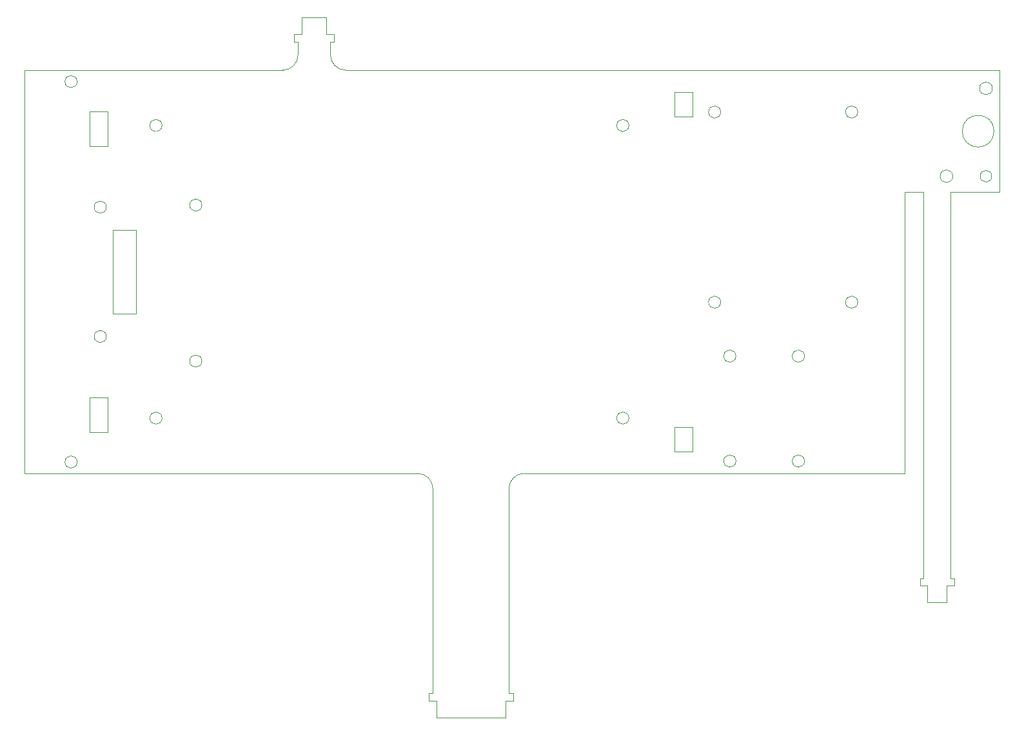
<source format=gm1>
%TF.GenerationSoftware,KiCad,Pcbnew,9.0.3*%
%TF.CreationDate,2025-08-12T18:22:07+03:00*%
%TF.ProjectId,Back,4261636b-2e6b-4696-9361-645f70636258,rev?*%
%TF.SameCoordinates,Original*%
%TF.FileFunction,Profile,NP*%
%FSLAX46Y46*%
G04 Gerber Fmt 4.6, Leading zero omitted, Abs format (unit mm)*
G04 Created by KiCad (PCBNEW 9.0.3) date 2025-08-12 18:22:07*
%MOMM*%
%LPD*%
G01*
G04 APERTURE LIST*
%TA.AperFunction,Profile*%
%ADD10C,0.050000*%
%TD*%
G04 APERTURE END LIST*
D10*
X99560000Y-46270000D02*
X99560000Y-47990263D01*
X66300000Y-101500000D02*
G75*
G02*
X64700000Y-101500000I-800000J0D01*
G01*
X64700000Y-101500000D02*
G75*
G02*
X66300000Y-101500000I800000J0D01*
G01*
X186685857Y-58020000D02*
G75*
G02*
X182514143Y-58020000I-2085857J0D01*
G01*
X182514143Y-58020000D02*
G75*
G02*
X186685857Y-58020000I2085857J0D01*
G01*
X113003183Y-131886817D02*
X113003183Y-104996817D01*
X152800000Y-87587000D02*
G75*
G02*
X151200000Y-87587000I-800000J0D01*
G01*
X151200000Y-87587000D02*
G75*
G02*
X152800000Y-87587000I800000J0D01*
G01*
X77450000Y-95730000D02*
G75*
G02*
X75850000Y-95730000I-800000J0D01*
G01*
X75850000Y-95730000D02*
G75*
G02*
X77450000Y-95730000I800000J0D01*
G01*
X101559737Y-49990263D02*
G75*
G02*
X99560037Y-47990037I263J1999963D01*
G01*
X152800000Y-101375000D02*
G75*
G02*
X151200000Y-101375000I-800000J0D01*
G01*
X151200000Y-101375000D02*
G75*
G02*
X152800000Y-101375000I800000J0D01*
G01*
X70142000Y-68000000D02*
G75*
G02*
X68542000Y-68000000I-800000J0D01*
G01*
X68542000Y-68000000D02*
G75*
G02*
X70142000Y-68000000I800000J0D01*
G01*
X95300000Y-46270000D02*
X95300000Y-48000000D01*
X186478764Y-52390000D02*
G75*
G02*
X184781236Y-52390000I-848764J0D01*
G01*
X184781236Y-52390000D02*
G75*
G02*
X186478764Y-52390000I848764J0D01*
G01*
X144700000Y-96880000D02*
X147100000Y-96880000D01*
X147100000Y-100100000D01*
X144700000Y-100100000D01*
X144700000Y-96880000D01*
X168800000Y-55500000D02*
G75*
G02*
X167200000Y-55500000I-800000J0D01*
G01*
X167200000Y-55500000D02*
G75*
G02*
X168800000Y-55500000I800000J0D01*
G01*
X70142000Y-85000000D02*
G75*
G02*
X68542000Y-85000000I-800000J0D01*
G01*
X68542000Y-85000000D02*
G75*
G02*
X70142000Y-85000000I800000J0D01*
G01*
X59400000Y-50000000D02*
X93300000Y-50000000D01*
X187390000Y-66010000D02*
X180965000Y-66010000D01*
X123000000Y-131890000D02*
X123000000Y-105000000D01*
X77450000Y-57270000D02*
G75*
G02*
X75850000Y-57270000I-800000J0D01*
G01*
X75850000Y-57270000D02*
G75*
G02*
X77450000Y-57270000I800000J0D01*
G01*
X71000000Y-71000000D02*
X74000000Y-71000000D01*
X74000000Y-82000000D01*
X71000000Y-82000000D01*
X71000000Y-71000000D01*
X187400000Y-50010000D02*
X187390000Y-66010000D01*
X82678000Y-67731000D02*
G75*
G02*
X81078000Y-67731000I-800000J0D01*
G01*
X81078000Y-67731000D02*
G75*
G02*
X82678000Y-67731000I800000J0D01*
G01*
X138750000Y-57270000D02*
G75*
G02*
X137150000Y-57270000I-800000J0D01*
G01*
X137150000Y-57270000D02*
G75*
G02*
X138750000Y-57270000I800000J0D01*
G01*
X150800000Y-55500000D02*
G75*
G02*
X149200000Y-55500000I-800000J0D01*
G01*
X149200000Y-55500000D02*
G75*
G02*
X150800000Y-55500000I800000J0D01*
G01*
X168800000Y-80500000D02*
G75*
G02*
X167200000Y-80500000I-800000J0D01*
G01*
X167200000Y-80500000D02*
G75*
G02*
X168800000Y-80500000I800000J0D01*
G01*
X59400000Y-103000000D02*
X111003183Y-103000000D01*
X177455000Y-116780000D02*
X177455000Y-66000000D01*
X66300000Y-51500000D02*
G75*
G02*
X64700000Y-51500000I-800000J0D01*
G01*
X64700000Y-51500000D02*
G75*
G02*
X66300000Y-51500000I800000J0D01*
G01*
X175000000Y-50000000D02*
X187400000Y-50010000D01*
X150800000Y-80500000D02*
G75*
G02*
X149200000Y-80500000I-800000J0D01*
G01*
X149200000Y-80500000D02*
G75*
G02*
X150800000Y-80500000I800000J0D01*
G01*
X175000000Y-50000000D02*
X101560000Y-49990263D01*
X144700000Y-52920000D02*
X147100000Y-52920000D01*
X147100000Y-56120000D01*
X144700000Y-56120000D01*
X144700000Y-52920000D01*
X181275464Y-63940000D02*
G75*
G02*
X179604536Y-63940000I-835464J0D01*
G01*
X179604536Y-63940000D02*
G75*
G02*
X181275464Y-63940000I835464J0D01*
G01*
X124994214Y-103000000D02*
X175000000Y-103000000D01*
X82678000Y-88231000D02*
G75*
G02*
X81078000Y-88231000I-800000J0D01*
G01*
X81078000Y-88231000D02*
G75*
G02*
X82678000Y-88231000I800000J0D01*
G01*
X186390000Y-63940000D02*
G75*
G02*
X184870000Y-63940000I-760000J0D01*
G01*
X184870000Y-63940000D02*
G75*
G02*
X186390000Y-63940000I760000J0D01*
G01*
X111003183Y-102996817D02*
G75*
G02*
X113003183Y-104996817I17J-1999983D01*
G01*
X67900000Y-55420000D02*
X70300000Y-55420000D01*
X70300000Y-60000000D01*
X67900000Y-60000000D01*
X67900000Y-55420000D01*
X161800000Y-101375000D02*
G75*
G02*
X160200000Y-101375000I-800000J0D01*
G01*
X160200000Y-101375000D02*
G75*
G02*
X161800000Y-101375000I800000J0D01*
G01*
X95300000Y-48000000D02*
G75*
G02*
X93300000Y-50000000I-2000000J0D01*
G01*
X161800000Y-87587000D02*
G75*
G02*
X160200000Y-87587000I-800000J0D01*
G01*
X160200000Y-87587000D02*
G75*
G02*
X161800000Y-87587000I800000J0D01*
G01*
X59400000Y-50000000D02*
X59400000Y-103000000D01*
X122994214Y-105000000D02*
G75*
G02*
X124994214Y-103000014I1999986J0D01*
G01*
X175000000Y-103000000D02*
X175000000Y-66000000D01*
X138750000Y-95730000D02*
G75*
G02*
X137150000Y-95730000I-800000J0D01*
G01*
X137150000Y-95730000D02*
G75*
G02*
X138750000Y-95730000I800000J0D01*
G01*
X67900000Y-93000000D02*
X70300000Y-93000000D01*
X70300000Y-97580000D01*
X67900000Y-97580000D01*
X67900000Y-93000000D01*
X180965000Y-66010000D02*
X180965000Y-116780000D01*
X175000000Y-66000000D02*
X177455000Y-66000000D01*
%TO.C,J4*%
X94800000Y-45270000D02*
X94800000Y-46270000D01*
X95300000Y-46270000D02*
X94800000Y-46270000D01*
X95800000Y-45270000D02*
X94800000Y-45270000D01*
X95805000Y-43100000D02*
X95805000Y-45270000D01*
X99055000Y-43100000D02*
X95805000Y-43100000D01*
X99055000Y-43100000D02*
X99055000Y-45270000D01*
X99060000Y-45270000D02*
X100060000Y-45270000D01*
X99560000Y-46270000D02*
X100060000Y-46270000D01*
X100060000Y-45270000D02*
X100060000Y-46270000D01*
%TO.C,J3*%
X176955000Y-117780000D02*
X176955000Y-116780000D01*
X177455000Y-116780000D02*
X176955000Y-116780000D01*
X177955000Y-117780000D02*
X176955000Y-117780000D01*
X177960000Y-119950000D02*
X177960000Y-117780000D01*
X177960000Y-119950000D02*
X180460000Y-119950000D01*
X180460000Y-119950000D02*
X180460000Y-117780000D01*
X180465000Y-117780000D02*
X181465000Y-117780000D01*
X180965000Y-116780000D02*
X181465000Y-116780000D01*
X181465000Y-117780000D02*
X181465000Y-116780000D01*
%TO.C,J1*%
X112463183Y-132886817D02*
X112463183Y-131886817D01*
X113003183Y-131886817D02*
X112463183Y-131886817D01*
X113463183Y-132886817D02*
X112463183Y-132886817D01*
X113463183Y-135056817D02*
X113463183Y-132886817D01*
X113463183Y-135056817D02*
X122543183Y-135056817D01*
X122543183Y-132886817D02*
X123543183Y-132886817D01*
X122543183Y-135056817D02*
X122543183Y-132886817D01*
X123003183Y-131886817D02*
X123543183Y-131886817D01*
X123543183Y-132886817D02*
X123543183Y-131886817D01*
%TD*%
M02*

</source>
